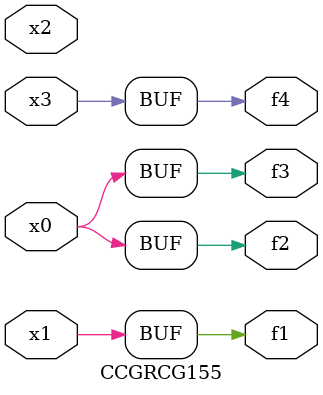
<source format=v>
module CCGRCG155(
	input x0, x1, x2, x3,
	output f1, f2, f3, f4
);
	assign f1 = x1;
	assign f2 = x0;
	assign f3 = x0;
	assign f4 = x3;
endmodule

</source>
